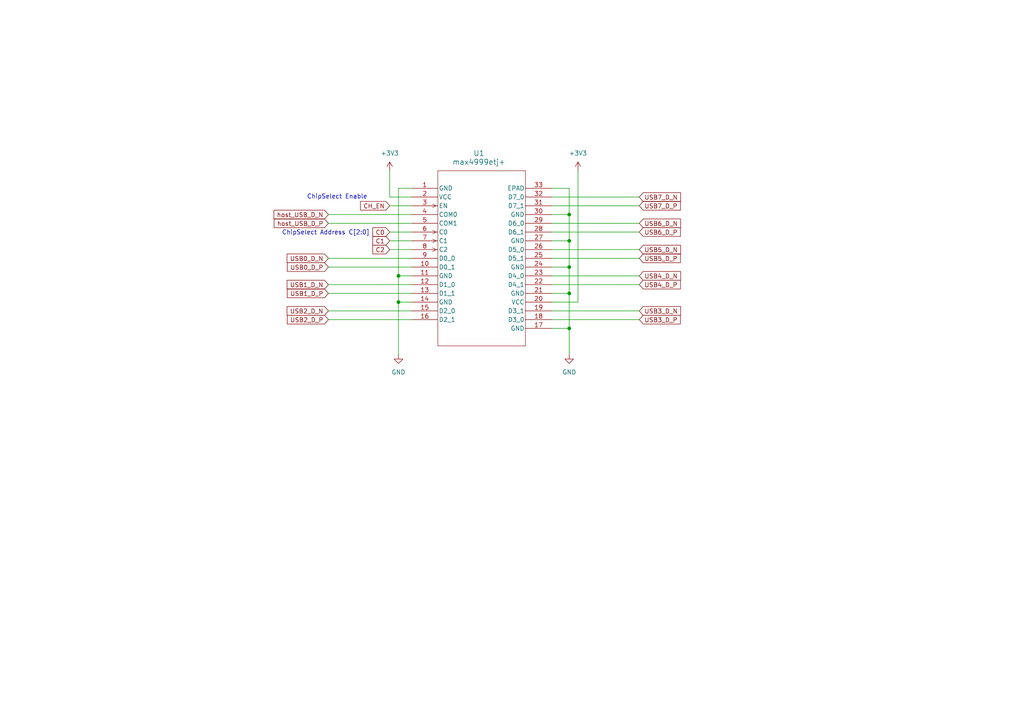
<source format=kicad_sch>
(kicad_sch
	(version 20231120)
	(generator "eeschema")
	(generator_version "8.0")
	(uuid "ff93c5bd-f697-4f4b-b9c7-ee037adb0163")
	(paper "A4")
	(lib_symbols
		(symbol "2025-02-09_23-57-31:max4999etj+"
			(pin_names
				(offset 0.254)
			)
			(exclude_from_sim no)
			(in_bom yes)
			(on_board yes)
			(property "Reference" "U"
				(at 20.32 10.16 0)
				(effects
					(font
						(size 1.524 1.524)
					)
				)
			)
			(property "Value" "max4999etj+"
				(at 20.32 7.62 0)
				(effects
					(font
						(size 1.524 1.524)
					)
				)
			)
			(property "Footprint" "21-0140_T3255+4_MXM"
				(at 0 0 0)
				(effects
					(font
						(size 1.27 1.27)
						(italic yes)
					)
					(hide yes)
				)
			)
			(property "Datasheet" "max4999etj+"
				(at 0 0 0)
				(effects
					(font
						(size 1.27 1.27)
						(italic yes)
					)
					(hide yes)
				)
			)
			(property "Description" ""
				(at 0 0 0)
				(effects
					(font
						(size 1.27 1.27)
					)
					(hide yes)
				)
			)
			(property "ki_locked" ""
				(at 0 0 0)
				(effects
					(font
						(size 1.27 1.27)
					)
				)
			)
			(property "ki_keywords" "max4999etj+"
				(at 0 0 0)
				(effects
					(font
						(size 1.27 1.27)
					)
					(hide yes)
				)
			)
			(property "ki_fp_filters" "21-0140_T3255+4_MXM 21-0140_T3255+4_MXM-M 21-0140_T3255+4_MXM-L"
				(at 0 0 0)
				(effects
					(font
						(size 1.27 1.27)
					)
					(hide yes)
				)
			)
			(symbol "max4999etj+_0_1"
				(polyline
					(pts
						(xy 7.0993 -17.78) (xy 6.0579 -18.3007)
					)
					(stroke
						(width 0.127)
						(type default)
					)
					(fill
						(type none)
					)
				)
				(polyline
					(pts
						(xy 7.0993 -17.78) (xy 6.0579 -17.2593)
					)
					(stroke
						(width 0.127)
						(type default)
					)
					(fill
						(type none)
					)
				)
				(polyline
					(pts
						(xy 7.0993 -15.24) (xy 6.0579 -15.7607)
					)
					(stroke
						(width 0.127)
						(type default)
					)
					(fill
						(type none)
					)
				)
				(polyline
					(pts
						(xy 7.0993 -15.24) (xy 6.0579 -14.7193)
					)
					(stroke
						(width 0.127)
						(type default)
					)
					(fill
						(type none)
					)
				)
				(polyline
					(pts
						(xy 7.0993 -12.7) (xy 6.0579 -13.2207)
					)
					(stroke
						(width 0.127)
						(type default)
					)
					(fill
						(type none)
					)
				)
				(polyline
					(pts
						(xy 7.0993 -12.7) (xy 6.0579 -12.1793)
					)
					(stroke
						(width 0.127)
						(type default)
					)
					(fill
						(type none)
					)
				)
				(polyline
					(pts
						(xy 7.0993 -5.08) (xy 6.0579 -5.6007)
					)
					(stroke
						(width 0.127)
						(type default)
					)
					(fill
						(type none)
					)
				)
				(polyline
					(pts
						(xy 7.0993 -5.08) (xy 6.0579 -4.5593)
					)
					(stroke
						(width 0.127)
						(type default)
					)
					(fill
						(type none)
					)
				)
				(polyline
					(pts
						(xy 7.62 -45.72) (xy 33.02 -45.72)
					)
					(stroke
						(width 0.127)
						(type default)
					)
					(fill
						(type none)
					)
				)
				(polyline
					(pts
						(xy 7.62 5.08) (xy 7.62 -45.72)
					)
					(stroke
						(width 0.127)
						(type default)
					)
					(fill
						(type none)
					)
				)
				(polyline
					(pts
						(xy 33.02 -45.72) (xy 33.02 5.08)
					)
					(stroke
						(width 0.127)
						(type default)
					)
					(fill
						(type none)
					)
				)
				(polyline
					(pts
						(xy 33.02 5.08) (xy 7.62 5.08)
					)
					(stroke
						(width 0.127)
						(type default)
					)
					(fill
						(type none)
					)
				)
				(pin power_in line
					(at 0 0 0)
					(length 7.62)
					(name "GND"
						(effects
							(font
								(size 1.27 1.27)
							)
						)
					)
					(number "1"
						(effects
							(font
								(size 1.27 1.27)
							)
						)
					)
				)
				(pin unspecified line
					(at 0 -22.86 0)
					(length 7.62)
					(name "D0_1"
						(effects
							(font
								(size 1.27 1.27)
							)
						)
					)
					(number "10"
						(effects
							(font
								(size 1.27 1.27)
							)
						)
					)
				)
				(pin power_in line
					(at 0 -25.4 0)
					(length 7.62)
					(name "GND"
						(effects
							(font
								(size 1.27 1.27)
							)
						)
					)
					(number "11"
						(effects
							(font
								(size 1.27 1.27)
							)
						)
					)
				)
				(pin unspecified line
					(at 0 -27.94 0)
					(length 7.62)
					(name "D1_0"
						(effects
							(font
								(size 1.27 1.27)
							)
						)
					)
					(number "12"
						(effects
							(font
								(size 1.27 1.27)
							)
						)
					)
				)
				(pin unspecified line
					(at 0 -30.48 0)
					(length 7.62)
					(name "D1_1"
						(effects
							(font
								(size 1.27 1.27)
							)
						)
					)
					(number "13"
						(effects
							(font
								(size 1.27 1.27)
							)
						)
					)
				)
				(pin power_in line
					(at 0 -33.02 0)
					(length 7.62)
					(name "GND"
						(effects
							(font
								(size 1.27 1.27)
							)
						)
					)
					(number "14"
						(effects
							(font
								(size 1.27 1.27)
							)
						)
					)
				)
				(pin unspecified line
					(at 0 -35.56 0)
					(length 7.62)
					(name "D2_0"
						(effects
							(font
								(size 1.27 1.27)
							)
						)
					)
					(number "15"
						(effects
							(font
								(size 1.27 1.27)
							)
						)
					)
				)
				(pin unspecified line
					(at 0 -38.1 0)
					(length 7.62)
					(name "D2_1"
						(effects
							(font
								(size 1.27 1.27)
							)
						)
					)
					(number "16"
						(effects
							(font
								(size 1.27 1.27)
							)
						)
					)
				)
				(pin power_in line
					(at 40.64 -40.64 180)
					(length 7.62)
					(name "GND"
						(effects
							(font
								(size 1.27 1.27)
							)
						)
					)
					(number "17"
						(effects
							(font
								(size 1.27 1.27)
							)
						)
					)
				)
				(pin unspecified line
					(at 40.64 -38.1 180)
					(length 7.62)
					(name "D3_0"
						(effects
							(font
								(size 1.27 1.27)
							)
						)
					)
					(number "18"
						(effects
							(font
								(size 1.27 1.27)
							)
						)
					)
				)
				(pin unspecified line
					(at 40.64 -35.56 180)
					(length 7.62)
					(name "D3_1"
						(effects
							(font
								(size 1.27 1.27)
							)
						)
					)
					(number "19"
						(effects
							(font
								(size 1.27 1.27)
							)
						)
					)
				)
				(pin power_in line
					(at 0 -2.54 0)
					(length 7.62)
					(name "VCC"
						(effects
							(font
								(size 1.27 1.27)
							)
						)
					)
					(number "2"
						(effects
							(font
								(size 1.27 1.27)
							)
						)
					)
				)
				(pin power_in line
					(at 40.64 -33.02 180)
					(length 7.62)
					(name "VCC"
						(effects
							(font
								(size 1.27 1.27)
							)
						)
					)
					(number "20"
						(effects
							(font
								(size 1.27 1.27)
							)
						)
					)
				)
				(pin power_in line
					(at 40.64 -30.48 180)
					(length 7.62)
					(name "GND"
						(effects
							(font
								(size 1.27 1.27)
							)
						)
					)
					(number "21"
						(effects
							(font
								(size 1.27 1.27)
							)
						)
					)
				)
				(pin unspecified line
					(at 40.64 -27.94 180)
					(length 7.62)
					(name "D4_1"
						(effects
							(font
								(size 1.27 1.27)
							)
						)
					)
					(number "22"
						(effects
							(font
								(size 1.27 1.27)
							)
						)
					)
				)
				(pin unspecified line
					(at 40.64 -25.4 180)
					(length 7.62)
					(name "D4_0"
						(effects
							(font
								(size 1.27 1.27)
							)
						)
					)
					(number "23"
						(effects
							(font
								(size 1.27 1.27)
							)
						)
					)
				)
				(pin power_in line
					(at 40.64 -22.86 180)
					(length 7.62)
					(name "GND"
						(effects
							(font
								(size 1.27 1.27)
							)
						)
					)
					(number "24"
						(effects
							(font
								(size 1.27 1.27)
							)
						)
					)
				)
				(pin unspecified line
					(at 40.64 -20.32 180)
					(length 7.62)
					(name "D5_1"
						(effects
							(font
								(size 1.27 1.27)
							)
						)
					)
					(number "25"
						(effects
							(font
								(size 1.27 1.27)
							)
						)
					)
				)
				(pin unspecified line
					(at 40.64 -17.78 180)
					(length 7.62)
					(name "D5_0"
						(effects
							(font
								(size 1.27 1.27)
							)
						)
					)
					(number "26"
						(effects
							(font
								(size 1.27 1.27)
							)
						)
					)
				)
				(pin power_in line
					(at 40.64 -15.24 180)
					(length 7.62)
					(name "GND"
						(effects
							(font
								(size 1.27 1.27)
							)
						)
					)
					(number "27"
						(effects
							(font
								(size 1.27 1.27)
							)
						)
					)
				)
				(pin unspecified line
					(at 40.64 -12.7 180)
					(length 7.62)
					(name "D6_1"
						(effects
							(font
								(size 1.27 1.27)
							)
						)
					)
					(number "28"
						(effects
							(font
								(size 1.27 1.27)
							)
						)
					)
				)
				(pin unspecified line
					(at 40.64 -10.16 180)
					(length 7.62)
					(name "D6_0"
						(effects
							(font
								(size 1.27 1.27)
							)
						)
					)
					(number "29"
						(effects
							(font
								(size 1.27 1.27)
							)
						)
					)
				)
				(pin input line
					(at 0 -5.08 0)
					(length 7.62)
					(name "EN"
						(effects
							(font
								(size 1.27 1.27)
							)
						)
					)
					(number "3"
						(effects
							(font
								(size 1.27 1.27)
							)
						)
					)
				)
				(pin power_in line
					(at 40.64 -7.62 180)
					(length 7.62)
					(name "GND"
						(effects
							(font
								(size 1.27 1.27)
							)
						)
					)
					(number "30"
						(effects
							(font
								(size 1.27 1.27)
							)
						)
					)
				)
				(pin unspecified line
					(at 40.64 -5.08 180)
					(length 7.62)
					(name "D7_1"
						(effects
							(font
								(size 1.27 1.27)
							)
						)
					)
					(number "31"
						(effects
							(font
								(size 1.27 1.27)
							)
						)
					)
				)
				(pin unspecified line
					(at 40.64 -2.54 180)
					(length 7.62)
					(name "D7_0"
						(effects
							(font
								(size 1.27 1.27)
							)
						)
					)
					(number "32"
						(effects
							(font
								(size 1.27 1.27)
							)
						)
					)
				)
				(pin unspecified line
					(at 40.64 0 180)
					(length 7.62)
					(name "EPAD"
						(effects
							(font
								(size 1.27 1.27)
							)
						)
					)
					(number "33"
						(effects
							(font
								(size 1.27 1.27)
							)
						)
					)
				)
				(pin unspecified line
					(at 0 -7.62 0)
					(length 7.62)
					(name "COM0"
						(effects
							(font
								(size 1.27 1.27)
							)
						)
					)
					(number "4"
						(effects
							(font
								(size 1.27 1.27)
							)
						)
					)
				)
				(pin unspecified line
					(at 0 -10.16 0)
					(length 7.62)
					(name "COM1"
						(effects
							(font
								(size 1.27 1.27)
							)
						)
					)
					(number "5"
						(effects
							(font
								(size 1.27 1.27)
							)
						)
					)
				)
				(pin input line
					(at 0 -12.7 0)
					(length 7.62)
					(name "C0"
						(effects
							(font
								(size 1.27 1.27)
							)
						)
					)
					(number "6"
						(effects
							(font
								(size 1.27 1.27)
							)
						)
					)
				)
				(pin input line
					(at 0 -15.24 0)
					(length 7.62)
					(name "C1"
						(effects
							(font
								(size 1.27 1.27)
							)
						)
					)
					(number "7"
						(effects
							(font
								(size 1.27 1.27)
							)
						)
					)
				)
				(pin input line
					(at 0 -17.78 0)
					(length 7.62)
					(name "C2"
						(effects
							(font
								(size 1.27 1.27)
							)
						)
					)
					(number "8"
						(effects
							(font
								(size 1.27 1.27)
							)
						)
					)
				)
				(pin unspecified line
					(at 0 -20.32 0)
					(length 7.62)
					(name "D0_0"
						(effects
							(font
								(size 1.27 1.27)
							)
						)
					)
					(number "9"
						(effects
							(font
								(size 1.27 1.27)
							)
						)
					)
				)
			)
		)
		(symbol "power:+3V3"
			(power)
			(pin_names
				(offset 0)
			)
			(exclude_from_sim no)
			(in_bom yes)
			(on_board yes)
			(property "Reference" "#PWR"
				(at 0 -3.81 0)
				(effects
					(font
						(size 1.27 1.27)
					)
					(hide yes)
				)
			)
			(property "Value" "+3V3"
				(at 0 3.556 0)
				(effects
					(font
						(size 1.27 1.27)
					)
				)
			)
			(property "Footprint" ""
				(at 0 0 0)
				(effects
					(font
						(size 1.27 1.27)
					)
					(hide yes)
				)
			)
			(property "Datasheet" ""
				(at 0 0 0)
				(effects
					(font
						(size 1.27 1.27)
					)
					(hide yes)
				)
			)
			(property "Description" "Power symbol creates a global label with name \"+3V3\""
				(at 0 0 0)
				(effects
					(font
						(size 1.27 1.27)
					)
					(hide yes)
				)
			)
			(property "ki_keywords" "power-flag"
				(at 0 0 0)
				(effects
					(font
						(size 1.27 1.27)
					)
					(hide yes)
				)
			)
			(symbol "+3V3_0_1"
				(polyline
					(pts
						(xy -0.762 1.27) (xy 0 2.54)
					)
					(stroke
						(width 0)
						(type default)
					)
					(fill
						(type none)
					)
				)
				(polyline
					(pts
						(xy 0 0) (xy 0 2.54)
					)
					(stroke
						(width 0)
						(type default)
					)
					(fill
						(type none)
					)
				)
				(polyline
					(pts
						(xy 0 2.54) (xy 0.762 1.27)
					)
					(stroke
						(width 0)
						(type default)
					)
					(fill
						(type none)
					)
				)
			)
			(symbol "+3V3_1_1"
				(pin power_in line
					(at 0 0 90)
					(length 0) hide
					(name "+3V3"
						(effects
							(font
								(size 1.27 1.27)
							)
						)
					)
					(number "1"
						(effects
							(font
								(size 1.27 1.27)
							)
						)
					)
				)
			)
		)
		(symbol "power:GND"
			(power)
			(pin_names
				(offset 0)
			)
			(exclude_from_sim no)
			(in_bom yes)
			(on_board yes)
			(property "Reference" "#PWR"
				(at 0 -6.35 0)
				(effects
					(font
						(size 1.27 1.27)
					)
					(hide yes)
				)
			)
			(property "Value" "GND"
				(at 0 -3.81 0)
				(effects
					(font
						(size 1.27 1.27)
					)
				)
			)
			(property "Footprint" ""
				(at 0 0 0)
				(effects
					(font
						(size 1.27 1.27)
					)
					(hide yes)
				)
			)
			(property "Datasheet" ""
				(at 0 0 0)
				(effects
					(font
						(size 1.27 1.27)
					)
					(hide yes)
				)
			)
			(property "Description" "Power symbol creates a global label with name \"GND\" , ground"
				(at 0 0 0)
				(effects
					(font
						(size 1.27 1.27)
					)
					(hide yes)
				)
			)
			(property "ki_keywords" "power-flag"
				(at 0 0 0)
				(effects
					(font
						(size 1.27 1.27)
					)
					(hide yes)
				)
			)
			(symbol "GND_0_1"
				(polyline
					(pts
						(xy 0 0) (xy 0 -1.27) (xy 1.27 -1.27) (xy 0 -2.54) (xy -1.27 -1.27) (xy 0 -1.27)
					)
					(stroke
						(width 0)
						(type default)
					)
					(fill
						(type none)
					)
				)
			)
			(symbol "GND_1_1"
				(pin power_in line
					(at 0 0 270)
					(length 0) hide
					(name "GND"
						(effects
							(font
								(size 1.27 1.27)
							)
						)
					)
					(number "1"
						(effects
							(font
								(size 1.27 1.27)
							)
						)
					)
				)
			)
		)
	)
	(junction
		(at 165.1 62.23)
		(diameter 0)
		(color 0 0 0 0)
		(uuid "0bdb5338-b9fd-4b99-bb58-0d5de537889d")
	)
	(junction
		(at 115.57 87.63)
		(diameter 0)
		(color 0 0 0 0)
		(uuid "2e75e384-63f0-44e0-b5b3-1fce7c8ea63e")
	)
	(junction
		(at 165.1 85.09)
		(diameter 0)
		(color 0 0 0 0)
		(uuid "4e4782c6-0668-4bf2-b7c8-209f52438091")
	)
	(junction
		(at 165.1 69.85)
		(diameter 0)
		(color 0 0 0 0)
		(uuid "72dc03da-c8ec-4634-8cd3-d433b52baf4c")
	)
	(junction
		(at 115.57 80.01)
		(diameter 0)
		(color 0 0 0 0)
		(uuid "7c455a1d-82b3-47b5-ab9a-14497adf8875")
	)
	(junction
		(at 165.1 77.47)
		(diameter 0)
		(color 0 0 0 0)
		(uuid "987f9c4b-4f7e-4b51-9ea7-957be0d7e070")
	)
	(junction
		(at 165.1 95.25)
		(diameter 0)
		(color 0 0 0 0)
		(uuid "c928426e-e5d6-4a7f-a4fb-62651d714228")
	)
	(wire
		(pts
			(xy 167.64 49.53) (xy 167.64 87.63)
		)
		(stroke
			(width 0)
			(type default)
		)
		(uuid "0ae2ecce-0c64-4889-9438-a538e2641f06")
	)
	(wire
		(pts
			(xy 95.25 77.47) (xy 119.38 77.47)
		)
		(stroke
			(width 0)
			(type default)
		)
		(uuid "0f2014eb-1e9c-4c87-b1b4-f43f6ad49d71")
	)
	(wire
		(pts
			(xy 95.25 62.23) (xy 119.38 62.23)
		)
		(stroke
			(width 0)
			(type default)
		)
		(uuid "11f6608a-5538-40c5-9b67-1907f56c77f4")
	)
	(wire
		(pts
			(xy 115.57 54.61) (xy 115.57 80.01)
		)
		(stroke
			(width 0)
			(type default)
		)
		(uuid "158df1c9-1756-4cda-872d-645816c88a4b")
	)
	(wire
		(pts
			(xy 165.1 95.25) (xy 165.1 102.87)
		)
		(stroke
			(width 0)
			(type default)
		)
		(uuid "17856f19-df8c-46c8-a467-13f57528970e")
	)
	(wire
		(pts
			(xy 95.25 82.55) (xy 119.38 82.55)
		)
		(stroke
			(width 0)
			(type default)
		)
		(uuid "1a6dad72-efe9-4ace-bff7-7bab39bb3115")
	)
	(wire
		(pts
			(xy 95.25 85.09) (xy 119.38 85.09)
		)
		(stroke
			(width 0)
			(type default)
		)
		(uuid "27e506b0-0987-4667-a079-79bb3c741a2c")
	)
	(wire
		(pts
			(xy 160.02 57.15) (xy 185.42 57.15)
		)
		(stroke
			(width 0)
			(type default)
		)
		(uuid "2c546d1b-a246-447d-bbd1-b0e256e9eb64")
	)
	(wire
		(pts
			(xy 160.02 90.17) (xy 185.42 90.17)
		)
		(stroke
			(width 0)
			(type default)
		)
		(uuid "36f8c677-5f05-4d70-9e3c-dccf16707e0b")
	)
	(wire
		(pts
			(xy 160.02 54.61) (xy 165.1 54.61)
		)
		(stroke
			(width 0)
			(type default)
		)
		(uuid "3b2afdd1-502c-4663-b0eb-636c1f207675")
	)
	(wire
		(pts
			(xy 115.57 80.01) (xy 115.57 87.63)
		)
		(stroke
			(width 0)
			(type default)
		)
		(uuid "3d27fc43-74c0-4c1d-a24d-ae50b00b4cb2")
	)
	(wire
		(pts
			(xy 119.38 54.61) (xy 115.57 54.61)
		)
		(stroke
			(width 0)
			(type default)
		)
		(uuid "5a44097f-d46f-4306-9e39-b6d2a706df87")
	)
	(wire
		(pts
			(xy 160.02 72.39) (xy 185.42 72.39)
		)
		(stroke
			(width 0)
			(type default)
		)
		(uuid "5fc9badc-3844-4ae5-856e-641a8fe210da")
	)
	(wire
		(pts
			(xy 160.02 69.85) (xy 165.1 69.85)
		)
		(stroke
			(width 0)
			(type default)
		)
		(uuid "6666bd21-d8c4-41df-a9d5-47570a357044")
	)
	(wire
		(pts
			(xy 115.57 87.63) (xy 119.38 87.63)
		)
		(stroke
			(width 0)
			(type default)
		)
		(uuid "6ab2fc29-1375-4d52-b234-14ea45bfea03")
	)
	(wire
		(pts
			(xy 160.02 87.63) (xy 167.64 87.63)
		)
		(stroke
			(width 0)
			(type default)
		)
		(uuid "6df8d3f4-c773-4717-ba78-9e625d836b4f")
	)
	(wire
		(pts
			(xy 113.03 49.53) (xy 113.03 57.15)
		)
		(stroke
			(width 0)
			(type default)
		)
		(uuid "7175883a-3258-43df-94fc-593c096b38bd")
	)
	(wire
		(pts
			(xy 160.02 67.31) (xy 185.42 67.31)
		)
		(stroke
			(width 0)
			(type default)
		)
		(uuid "744577bd-482c-4179-ab1a-4c5663b39fec")
	)
	(wire
		(pts
			(xy 113.03 69.85) (xy 119.38 69.85)
		)
		(stroke
			(width 0)
			(type default)
		)
		(uuid "78ebc3af-e4b2-468a-82ea-ac352f40b6ca")
	)
	(wire
		(pts
			(xy 160.02 62.23) (xy 165.1 62.23)
		)
		(stroke
			(width 0)
			(type default)
		)
		(uuid "8225f909-8334-4598-a0a1-292209147519")
	)
	(wire
		(pts
			(xy 95.25 74.93) (xy 119.38 74.93)
		)
		(stroke
			(width 0)
			(type default)
		)
		(uuid "83003c21-9eae-4f07-bf19-7e1d65e60a83")
	)
	(wire
		(pts
			(xy 165.1 85.09) (xy 165.1 95.25)
		)
		(stroke
			(width 0)
			(type default)
		)
		(uuid "8e1feea2-2d70-4bb0-a199-35e283f5f439")
	)
	(wire
		(pts
			(xy 160.02 74.93) (xy 185.42 74.93)
		)
		(stroke
			(width 0)
			(type default)
		)
		(uuid "94a28bed-4859-4d46-a6d7-c2d2ac0ab512")
	)
	(wire
		(pts
			(xy 113.03 72.39) (xy 119.38 72.39)
		)
		(stroke
			(width 0)
			(type default)
		)
		(uuid "9a87f01b-e7a8-4c6b-b86f-bc278cde1f2a")
	)
	(wire
		(pts
			(xy 95.25 90.17) (xy 119.38 90.17)
		)
		(stroke
			(width 0)
			(type default)
		)
		(uuid "a0bbcab8-8d0b-4024-88ca-a6f8bf8a1029")
	)
	(wire
		(pts
			(xy 113.03 67.31) (xy 119.38 67.31)
		)
		(stroke
			(width 0)
			(type default)
		)
		(uuid "a7177e29-3703-473d-a25f-f7638a3a1932")
	)
	(wire
		(pts
			(xy 165.1 69.85) (xy 165.1 77.47)
		)
		(stroke
			(width 0)
			(type default)
		)
		(uuid "a923a7ef-418b-4384-ace5-7e330cc9547c")
	)
	(wire
		(pts
			(xy 119.38 57.15) (xy 113.03 57.15)
		)
		(stroke
			(width 0)
			(type default)
		)
		(uuid "ac2ca50b-386c-4332-8936-d350cdd59d9d")
	)
	(wire
		(pts
			(xy 115.57 80.01) (xy 119.38 80.01)
		)
		(stroke
			(width 0)
			(type default)
		)
		(uuid "acf0953a-0373-4cf5-baf4-d5e983520696")
	)
	(wire
		(pts
			(xy 160.02 64.77) (xy 185.42 64.77)
		)
		(stroke
			(width 0)
			(type default)
		)
		(uuid "af25a666-a859-4b3e-85f0-ec12434274b4")
	)
	(wire
		(pts
			(xy 160.02 95.25) (xy 165.1 95.25)
		)
		(stroke
			(width 0)
			(type default)
		)
		(uuid "b18176f6-a2b2-45f8-a5fb-a814c6821bec")
	)
	(wire
		(pts
			(xy 160.02 80.01) (xy 185.42 80.01)
		)
		(stroke
			(width 0)
			(type default)
		)
		(uuid "b6774622-b9d9-4f54-aeb2-051860c40ca0")
	)
	(wire
		(pts
			(xy 95.25 92.71) (xy 119.38 92.71)
		)
		(stroke
			(width 0)
			(type default)
		)
		(uuid "b680637f-b5fd-4140-b77d-ba2d81e37df5")
	)
	(wire
		(pts
			(xy 115.57 87.63) (xy 115.57 102.87)
		)
		(stroke
			(width 0)
			(type default)
		)
		(uuid "c6479ab4-4776-4b77-a292-c2dc32e06e73")
	)
	(wire
		(pts
			(xy 160.02 92.71) (xy 185.42 92.71)
		)
		(stroke
			(width 0)
			(type default)
		)
		(uuid "cb8c6a4a-fbd5-4f74-a463-6ea027fa018b")
	)
	(wire
		(pts
			(xy 165.1 54.61) (xy 165.1 62.23)
		)
		(stroke
			(width 0)
			(type default)
		)
		(uuid "d0137408-5b1f-4681-8f78-84ac9b438b3c")
	)
	(wire
		(pts
			(xy 160.02 59.69) (xy 185.42 59.69)
		)
		(stroke
			(width 0)
			(type default)
		)
		(uuid "d3b7b5df-3296-46aa-8654-8e76b8c3fffe")
	)
	(wire
		(pts
			(xy 95.25 64.77) (xy 119.38 64.77)
		)
		(stroke
			(width 0)
			(type default)
		)
		(uuid "d5dec3f8-264f-4eef-9893-8b3b20e90531")
	)
	(wire
		(pts
			(xy 165.1 62.23) (xy 165.1 69.85)
		)
		(stroke
			(width 0)
			(type default)
		)
		(uuid "d6971f01-e4e7-4d66-a39b-c69ee865c86c")
	)
	(wire
		(pts
			(xy 165.1 77.47) (xy 165.1 85.09)
		)
		(stroke
			(width 0)
			(type default)
		)
		(uuid "d9f1a8e4-9ae2-4897-a812-9ab4e912e755")
	)
	(wire
		(pts
			(xy 160.02 85.09) (xy 165.1 85.09)
		)
		(stroke
			(width 0)
			(type default)
		)
		(uuid "def403f8-ec71-46f5-b82b-555008cbbdc3")
	)
	(wire
		(pts
			(xy 160.02 82.55) (xy 185.42 82.55)
		)
		(stroke
			(width 0)
			(type default)
		)
		(uuid "eb0a095d-fc87-433e-89dd-91547dea51c2")
	)
	(wire
		(pts
			(xy 113.03 59.69) (xy 119.38 59.69)
		)
		(stroke
			(width 0)
			(type default)
		)
		(uuid "eb529df0-006e-4c2f-99bd-b038e8ef398f")
	)
	(wire
		(pts
			(xy 160.02 77.47) (xy 165.1 77.47)
		)
		(stroke
			(width 0)
			(type default)
		)
		(uuid "ec77e0d8-e1cd-4b36-a8b0-ab28f6e10e62")
	)
	(text "ChipSelect Enable"
		(exclude_from_sim no)
		(at 97.79 57.15 0)
		(effects
			(font
				(size 1.27 1.27)
			)
		)
		(uuid "def4a85d-c4b4-4881-95a0-8d9b7116fe2c")
	)
	(text "ChipSelect Address C[2:0]"
		(exclude_from_sim no)
		(at 94.488 67.564 0)
		(effects
			(font
				(size 1.27 1.27)
			)
		)
		(uuid "f0e3a072-4d8f-4dd2-9d32-7fb4b1bbb60a")
	)
	(global_label "USB0_D_P"
		(shape input)
		(at 95.25 77.47 180)
		(fields_autoplaced yes)
		(effects
			(font
				(size 1.27 1.27)
			)
			(justify right)
		)
		(uuid "07053d21-3f2c-4601-a9ae-4af11d8a30e0")
		(property "Intersheetrefs" "${INTERSHEET_REFS}"
			(at 83.3421 77.3906 0)
			(effects
				(font
					(size 1.27 1.27)
				)
				(justify right)
				(hide yes)
			)
		)
	)
	(global_label "USB7_D_P"
		(shape input)
		(at 185.42 59.69 0)
		(fields_autoplaced yes)
		(effects
			(font
				(size 1.27 1.27)
			)
			(justify left)
		)
		(uuid "0e99ff13-5bb7-4664-99a5-235b42325c11")
		(property "Intersheetrefs" "${INTERSHEET_REFS}"
			(at 197.3279 59.6106 0)
			(effects
				(font
					(size 1.27 1.27)
				)
				(justify left)
				(hide yes)
			)
		)
	)
	(global_label "host_USB_D_P"
		(shape input)
		(at 95.25 64.77 180)
		(fields_autoplaced yes)
		(effects
			(font
				(size 1.27 1.27)
			)
			(justify right)
		)
		(uuid "1cdea2b8-ac59-447b-a1a0-1b977349311e")
		(property "Intersheetrefs" "${INTERSHEET_REFS}"
			(at 79.5321 64.6906 0)
			(effects
				(font
					(size 1.27 1.27)
				)
				(justify right)
				(hide yes)
			)
		)
	)
	(global_label "CH_EN"
		(shape input)
		(at 113.03 59.69 180)
		(fields_autoplaced yes)
		(effects
			(font
				(size 1.27 1.27)
			)
			(justify right)
		)
		(uuid "1d7b9b18-d1fa-49d2-979f-0c4572aaa9b5")
		(property "Intersheetrefs" "${INTERSHEET_REFS}"
			(at 104.5693 59.6106 0)
			(effects
				(font
					(size 1.27 1.27)
				)
				(justify right)
				(hide yes)
			)
		)
	)
	(global_label "C0"
		(shape input)
		(at 113.03 67.31 180)
		(effects
			(font
				(size 1.27 1.27)
			)
			(justify right)
		)
		(uuid "25aa5d10-a985-44e4-ace4-c6ec5f5feeb6")
		(property "Intersheetrefs" "${INTERSHEET_REFS}"
			(at 113.03 67.31 0)
			(effects
				(font
					(size 1.27 1.27)
				)
				(hide yes)
			)
		)
	)
	(global_label "USB4_D_N"
		(shape input)
		(at 185.42 80.01 0)
		(fields_autoplaced yes)
		(effects
			(font
				(size 1.27 1.27)
			)
			(justify left)
		)
		(uuid "4fa7c892-ab78-4929-96f2-a73327ec08ff")
		(property "Intersheetrefs" "${INTERSHEET_REFS}"
			(at 197.3883 79.9306 0)
			(effects
				(font
					(size 1.27 1.27)
				)
				(justify left)
				(hide yes)
			)
		)
	)
	(global_label "USB2_D_N"
		(shape input)
		(at 95.25 90.17 180)
		(fields_autoplaced yes)
		(effects
			(font
				(size 1.27 1.27)
			)
			(justify right)
		)
		(uuid "52880f48-6636-4481-b3e6-f489192002d0")
		(property "Intersheetrefs" "${INTERSHEET_REFS}"
			(at 83.2817 90.0906 0)
			(effects
				(font
					(size 1.27 1.27)
				)
				(justify right)
				(hide yes)
			)
		)
	)
	(global_label "USB0_D_N"
		(shape input)
		(at 95.25 74.93 180)
		(fields_autoplaced yes)
		(effects
			(font
				(size 1.27 1.27)
			)
			(justify right)
		)
		(uuid "796ec30a-192d-4cce-975f-c9285496eae3")
		(property "Intersheetrefs" "${INTERSHEET_REFS}"
			(at 83.2817 74.8506 0)
			(effects
				(font
					(size 1.27 1.27)
				)
				(justify right)
				(hide yes)
			)
		)
	)
	(global_label "USB1_D_N"
		(shape input)
		(at 95.25 82.55 180)
		(fields_autoplaced yes)
		(effects
			(font
				(size 1.27 1.27)
			)
			(justify right)
		)
		(uuid "7b3cb172-90a4-4003-9a24-8fe28b6c8d7e")
		(property "Intersheetrefs" "${INTERSHEET_REFS}"
			(at 83.2817 82.4706 0)
			(effects
				(font
					(size 1.27 1.27)
				)
				(justify right)
				(hide yes)
			)
		)
	)
	(global_label "USB3_D_P"
		(shape input)
		(at 185.42 92.71 0)
		(fields_autoplaced yes)
		(effects
			(font
				(size 1.27 1.27)
			)
			(justify left)
		)
		(uuid "81eac182-42d3-4948-a08b-e425ddf32688")
		(property "Intersheetrefs" "${INTERSHEET_REFS}"
			(at 197.3279 92.6306 0)
			(effects
				(font
					(size 1.27 1.27)
				)
				(justify left)
				(hide yes)
			)
		)
	)
	(global_label "USB5_D_N"
		(shape input)
		(at 185.42 72.39 0)
		(fields_autoplaced yes)
		(effects
			(font
				(size 1.27 1.27)
			)
			(justify left)
		)
		(uuid "9ae47921-ff7f-41a3-91e8-ffe0df2152ab")
		(property "Intersheetrefs" "${INTERSHEET_REFS}"
			(at 197.3883 72.3106 0)
			(effects
				(font
					(size 1.27 1.27)
				)
				(justify left)
				(hide yes)
			)
		)
	)
	(global_label "host_USB_D_N"
		(shape input)
		(at 95.25 62.23 180)
		(fields_autoplaced yes)
		(effects
			(font
				(size 1.27 1.27)
			)
			(justify right)
		)
		(uuid "a04354d3-ab88-49ff-a104-531310abd906")
		(property "Intersheetrefs" "${INTERSHEET_REFS}"
			(at 79.4717 62.1506 0)
			(effects
				(font
					(size 1.27 1.27)
				)
				(justify right)
				(hide yes)
			)
		)
	)
	(global_label "USB4_D_P"
		(shape input)
		(at 185.42 82.55 0)
		(fields_autoplaced yes)
		(effects
			(font
				(size 1.27 1.27)
			)
			(justify left)
		)
		(uuid "a0b9537c-f1ed-4d56-962f-71312d16e96c")
		(property "Intersheetrefs" "${INTERSHEET_REFS}"
			(at 197.3279 82.4706 0)
			(effects
				(font
					(size 1.27 1.27)
				)
				(justify left)
				(hide yes)
			)
		)
	)
	(global_label "USB6_D_P"
		(shape input)
		(at 185.42 67.31 0)
		(fields_autoplaced yes)
		(effects
			(font
				(size 1.27 1.27)
			)
			(justify left)
		)
		(uuid "a219f182-8367-4f0b-ace8-92f7d7893003")
		(property "Intersheetrefs" "${INTERSHEET_REFS}"
			(at 197.3279 67.2306 0)
			(effects
				(font
					(size 1.27 1.27)
				)
				(justify left)
				(hide yes)
			)
		)
	)
	(global_label "USB3_D_N"
		(shape input)
		(at 185.42 90.17 0)
		(fields_autoplaced yes)
		(effects
			(font
				(size 1.27 1.27)
			)
			(justify left)
		)
		(uuid "b6d32aff-3c4d-4281-898f-23401cdc4208")
		(property "Intersheetrefs" "${INTERSHEET_REFS}"
			(at 197.3883 90.0906 0)
			(effects
				(font
					(size 1.27 1.27)
				)
				(justify left)
				(hide yes)
			)
		)
	)
	(global_label "USB2_D_P"
		(shape input)
		(at 95.25 92.71 180)
		(fields_autoplaced yes)
		(effects
			(font
				(size 1.27 1.27)
			)
			(justify right)
		)
		(uuid "bd1dd35f-c106-4436-bc0e-51e2caa044e7")
		(property "Intersheetrefs" "${INTERSHEET_REFS}"
			(at 83.3421 92.6306 0)
			(effects
				(font
					(size 1.27 1.27)
				)
				(justify right)
				(hide yes)
			)
		)
	)
	(global_label "USB7_D_N"
		(shape input)
		(at 185.42 57.15 0)
		(fields_autoplaced yes)
		(effects
			(font
				(size 1.27 1.27)
			)
			(justify left)
		)
		(uuid "dc04a934-4ba5-4ae0-931b-58fd19ddfb41")
		(property "Intersheetrefs" "${INTERSHEET_REFS}"
			(at 197.3883 57.0706 0)
			(effects
				(font
					(size 1.27 1.27)
				)
				(justify left)
				(hide yes)
			)
		)
	)
	(global_label "USB5_D_P"
		(shape input)
		(at 185.42 74.93 0)
		(fields_autoplaced yes)
		(effects
			(font
				(size 1.27 1.27)
			)
			(justify left)
		)
		(uuid "dd861cbc-f37e-4b2a-a330-215c888b01c9")
		(property "Intersheetrefs" "${INTERSHEET_REFS}"
			(at 197.3279 74.8506 0)
			(effects
				(font
					(size 1.27 1.27)
				)
				(justify left)
				(hide yes)
			)
		)
	)
	(global_label "USB1_D_P"
		(shape input)
		(at 95.25 85.09 180)
		(fields_autoplaced yes)
		(effects
			(font
				(size 1.27 1.27)
			)
			(justify right)
		)
		(uuid "e4750a88-6f6d-4393-823c-fbdbd835edc9")
		(property "Intersheetrefs" "${INTERSHEET_REFS}"
			(at 83.3421 85.0106 0)
			(effects
				(font
					(size 1.27 1.27)
				)
				(justify right)
				(hide yes)
			)
		)
	)
	(global_label "C1"
		(shape input)
		(at 113.03 69.85 180)
		(effects
			(font
				(size 1.27 1.27)
			)
			(justify right)
		)
		(uuid "f5ff1abf-1731-4478-b0b1-65c1aa8ec4e0")
		(property "Intersheetrefs" "${INTERSHEET_REFS}"
			(at 113.03 69.85 0)
			(effects
				(font
					(size 1.27 1.27)
				)
				(hide yes)
			)
		)
	)
	(global_label "USB6_D_N"
		(shape input)
		(at 185.42 64.77 0)
		(fields_autoplaced yes)
		(effects
			(font
				(size 1.27 1.27)
			)
			(justify left)
		)
		(uuid "fad6241a-5ffe-48d3-ad27-1a1860e4de55")
		(property "Intersheetrefs" "${INTERSHEET_REFS}"
			(at 197.3883 64.6906 0)
			(effects
				(font
					(size 1.27 1.27)
				)
				(justify left)
				(hide yes)
			)
		)
	)
	(global_label "C2"
		(shape input)
		(at 113.03 72.39 180)
		(effects
			(font
				(size 1.27 1.27)
			)
			(justify right)
		)
		(uuid "fedbe0d9-061c-42c7-aca3-41d909ca38ba")
		(property "Intersheetrefs" "${INTERSHEET_REFS}"
			(at 113.03 72.39 0)
			(effects
				(font
					(size 1.27 1.27)
				)
				(hide yes)
			)
		)
	)
	(symbol
		(lib_id "power:GND")
		(at 115.57 102.87 0)
		(unit 1)
		(exclude_from_sim no)
		(in_bom yes)
		(on_board yes)
		(dnp no)
		(fields_autoplaced yes)
		(uuid "02887c16-3ca0-4f16-b894-09a7e4d92ec6")
		(property "Reference" "#PWR?"
			(at 115.57 109.22 0)
			(effects
				(font
					(size 1.27 1.27)
				)
				(hide yes)
			)
		)
		(property "Value" "GND"
			(at 115.57 107.95 0)
			(effects
				(font
					(size 1.27 1.27)
				)
			)
		)
		(property "Footprint" ""
			(at 115.57 102.87 0)
			(effects
				(font
					(size 1.27 1.27)
				)
				(hide yes)
			)
		)
		(property "Datasheet" ""
			(at 115.57 102.87 0)
			(effects
				(font
					(size 1.27 1.27)
				)
				(hide yes)
			)
		)
		(property "Description" ""
			(at 115.57 102.87 0)
			(effects
				(font
					(size 1.27 1.27)
				)
				(hide yes)
			)
		)
		(pin "1"
			(uuid "549f1d12-adea-4c2f-80ac-55c0abb1af8a")
		)
		(instances
			(project ""
				(path "/0fe19ce7-810a-40c6-903d-4212edc122f9/be5ad210-0e50-46e0-a2ef-b2f495348708"
					(reference "#PWR?")
					(unit 1)
				)
			)
		)
	)
	(symbol
		(lib_id "power:GND")
		(at 165.1 102.87 0)
		(unit 1)
		(exclude_from_sim no)
		(in_bom yes)
		(on_board yes)
		(dnp no)
		(fields_autoplaced yes)
		(uuid "0a22b9c0-19dc-4c90-8880-563b65d4e661")
		(property "Reference" "#PWR?"
			(at 165.1 109.22 0)
			(effects
				(font
					(size 1.27 1.27)
				)
				(hide yes)
			)
		)
		(property "Value" "GND"
			(at 165.1 107.95 0)
			(effects
				(font
					(size 1.27 1.27)
				)
			)
		)
		(property "Footprint" ""
			(at 165.1 102.87 0)
			(effects
				(font
					(size 1.27 1.27)
				)
				(hide yes)
			)
		)
		(property "Datasheet" ""
			(at 165.1 102.87 0)
			(effects
				(font
					(size 1.27 1.27)
				)
				(hide yes)
			)
		)
		(property "Description" ""
			(at 165.1 102.87 0)
			(effects
				(font
					(size 1.27 1.27)
				)
				(hide yes)
			)
		)
		(pin "1"
			(uuid "6152ee20-a2cd-4221-a017-18b7c4e3517d")
		)
		(instances
			(project ""
				(path "/0fe19ce7-810a-40c6-903d-4212edc122f9/be5ad210-0e50-46e0-a2ef-b2f495348708"
					(reference "#PWR?")
					(unit 1)
				)
			)
		)
	)
	(symbol
		(lib_id "power:+3V3")
		(at 167.64 49.53 0)
		(unit 1)
		(exclude_from_sim no)
		(in_bom yes)
		(on_board yes)
		(dnp no)
		(fields_autoplaced yes)
		(uuid "333d09d5-28c8-446c-96be-d3f245787cbf")
		(property "Reference" "#PWR?"
			(at 167.64 53.34 0)
			(effects
				(font
					(size 1.27 1.27)
				)
				(hide yes)
			)
		)
		(property "Value" "+3V3"
			(at 167.64 44.45 0)
			(effects
				(font
					(size 1.27 1.27)
				)
			)
		)
		(property "Footprint" ""
			(at 167.64 49.53 0)
			(effects
				(font
					(size 1.27 1.27)
				)
				(hide yes)
			)
		)
		(property "Datasheet" ""
			(at 167.64 49.53 0)
			(effects
				(font
					(size 1.27 1.27)
				)
				(hide yes)
			)
		)
		(property "Description" ""
			(at 167.64 49.53 0)
			(effects
				(font
					(size 1.27 1.27)
				)
				(hide yes)
			)
		)
		(pin "1"
			(uuid "bfeeed54-f3ad-4e3c-8180-0dc1f3bbc43e")
		)
		(instances
			(project ""
				(path "/0fe19ce7-810a-40c6-903d-4212edc122f9/be5ad210-0e50-46e0-a2ef-b2f495348708"
					(reference "#PWR?")
					(unit 1)
				)
			)
		)
	)
	(symbol
		(lib_id "2025-02-09_23-57-31:max4999etj+")
		(at 119.38 54.61 0)
		(unit 1)
		(exclude_from_sim no)
		(in_bom yes)
		(on_board yes)
		(dnp no)
		(fields_autoplaced yes)
		(uuid "ef86ce97-c6e4-4f9b-bd8f-bd1f8eebcc87")
		(property "Reference" "U1"
			(at 138.9189 44.45 0)
			(effects
				(font
					(size 1.524 1.524)
				)
			)
		)
		(property "Value" "max4999etj+"
			(at 138.9189 46.99 0)
			(effects
				(font
					(size 1.524 1.524)
				)
			)
		)
		(property "Footprint" "21-0140_T3255+4_MXM"
			(at 119.38 54.61 0)
			(effects
				(font
					(size 1.27 1.27)
					(italic yes)
				)
				(hide yes)
			)
		)
		(property "Datasheet" "max4999etj+"
			(at 119.38 54.61 0)
			(effects
				(font
					(size 1.27 1.27)
					(italic yes)
				)
				(hide yes)
			)
		)
		(property "Description" ""
			(at 119.38 54.61 0)
			(effects
				(font
					(size 1.27 1.27)
				)
				(hide yes)
			)
		)
		(pin "1"
			(uuid "518c9690-3af6-4759-b45b-1008969bd52a")
		)
		(pin "10"
			(uuid "bc6c704f-3b0c-4ee3-be15-f5ed69a3b01e")
		)
		(pin "11"
			(uuid "b6f383cd-5873-41e4-a1d7-867b3b868d89")
		)
		(pin "12"
			(uuid "5bfe362c-6dad-4221-86f4-91a99aa29553")
		)
		(pin "13"
			(uuid "eecece26-a1d3-484a-87ae-0dfae7f7ec29")
		)
		(pin "14"
			(uuid "66950b6c-bb56-46d2-a85a-1c0ba8314796")
		)
		(pin "15"
			(uuid "de90e053-997b-4c00-9ded-500b48b5298c")
		)
		(pin "16"
			(uuid "6ababb45-fe0e-4865-82d8-860c8ac79cb5")
		)
		(pin "17"
			(uuid "2aa15824-e670-45a5-9388-c83197e99885")
		)
		(pin "18"
			(uuid "7bfe9bd3-cd5a-4fc9-98ed-925e05f2e7f9")
		)
		(pin "19"
			(uuid "a48083fc-38dd-482c-9ace-494bc5fa6d69")
		)
		(pin "2"
			(uuid "f8d049d9-590d-481a-a9d0-d6dee152894c")
		)
		(pin "20"
			(uuid "5b3ae2b8-95db-479d-a18a-8c69190c1014")
		)
		(pin "21"
			(uuid "21b0aeed-46eb-40e5-8cc0-a44121ba14fb")
		)
		(pin "22"
			(uuid "dec44ed0-5941-478f-92b7-4fe8657a0f9b")
		)
		(pin "23"
			(uuid "f24d8042-851b-42f0-8131-402ccd55ad08")
		)
		(pin "24"
			(uuid "7b4900dc-bcd0-4072-9695-79226fc4fe2a")
		)
		(pin "25"
			(uuid "57f3c0d5-c340-4136-b53b-921c16843d5e")
		)
		(pin "26"
			(uuid "f4f53f11-e45d-4a95-af8c-6f5814139d22")
		)
		(pin "27"
			(uuid "927f5773-c3a0-4448-b08b-569bd7083648")
		)
		(pin "28"
			(uuid "bd6593ba-224e-4264-87bf-56212bf05f5d")
		)
		(pin "29"
			(uuid "1222ae44-4df0-4a86-9536-902c34d43ead")
		)
		(pin "3"
			(uuid "88f3b249-9419-4564-8361-9ed13e8b09d9")
		)
		(pin "30"
			(uuid "6ac38bf0-e7a0-4e7f-aea4-4d669ca3ee50")
		)
		(pin "31"
			(uuid "73740860-e445-4583-9312-3be64a0ba97f")
		)
		(pin "32"
			(uuid "4c1383f2-7d2a-46a9-b270-78e423c8dccf")
		)
		(pin "33"
			(uuid "4b86fe3b-3b53-4cc1-8498-812242e2270e")
		)
		(pin "4"
			(uuid "b92bbf00-decb-4a8a-93ad-9a39e85d581c")
		)
		(pin "5"
			(uuid "d0b80d63-a42c-4792-baa6-e00c6f769734")
		)
		(pin "6"
			(uuid "11ab3ac6-944a-471b-bf0a-b4fe446e5696")
		)
		(pin "7"
			(uuid "1aecf0b1-784b-4145-9f02-43c3f9f13b37")
		)
		(pin "8"
			(uuid "5e8bad9a-aa35-4151-981c-9465de4bd104")
		)
		(pin "9"
			(uuid "667a068b-b3fd-422c-a0a7-dd62e92f866b")
		)
		(instances
			(project ""
				(path "/0fe19ce7-810a-40c6-903d-4212edc122f9/be5ad210-0e50-46e0-a2ef-b2f495348708"
					(reference "U1")
					(unit 1)
				)
			)
		)
	)
	(symbol
		(lib_id "power:+3V3")
		(at 113.03 49.53 0)
		(unit 1)
		(exclude_from_sim no)
		(in_bom yes)
		(on_board yes)
		(dnp no)
		(fields_autoplaced yes)
		(uuid "fb0805ec-2e30-4252-9287-8c60198a37af")
		(property "Reference" "#PWR?"
			(at 113.03 53.34 0)
			(effects
				(font
					(size 1.27 1.27)
				)
				(hide yes)
			)
		)
		(property "Value" "+3V3"
			(at 113.03 44.45 0)
			(effects
				(font
					(size 1.27 1.27)
				)
			)
		)
		(property "Footprint" ""
			(at 113.03 49.53 0)
			(effects
				(font
					(size 1.27 1.27)
				)
				(hide yes)
			)
		)
		(property "Datasheet" ""
			(at 113.03 49.53 0)
			(effects
				(font
					(size 1.27 1.27)
				)
				(hide yes)
			)
		)
		(property "Description" ""
			(at 113.03 49.53 0)
			(effects
				(font
					(size 1.27 1.27)
				)
				(hide yes)
			)
		)
		(pin "1"
			(uuid "30d8f5ff-e143-44b6-a69e-a34ab09a70af")
		)
		(instances
			(project ""
				(path "/0fe19ce7-810a-40c6-903d-4212edc122f9/be5ad210-0e50-46e0-a2ef-b2f495348708"
					(reference "#PWR?")
					(unit 1)
				)
			)
		)
	)
)

</source>
